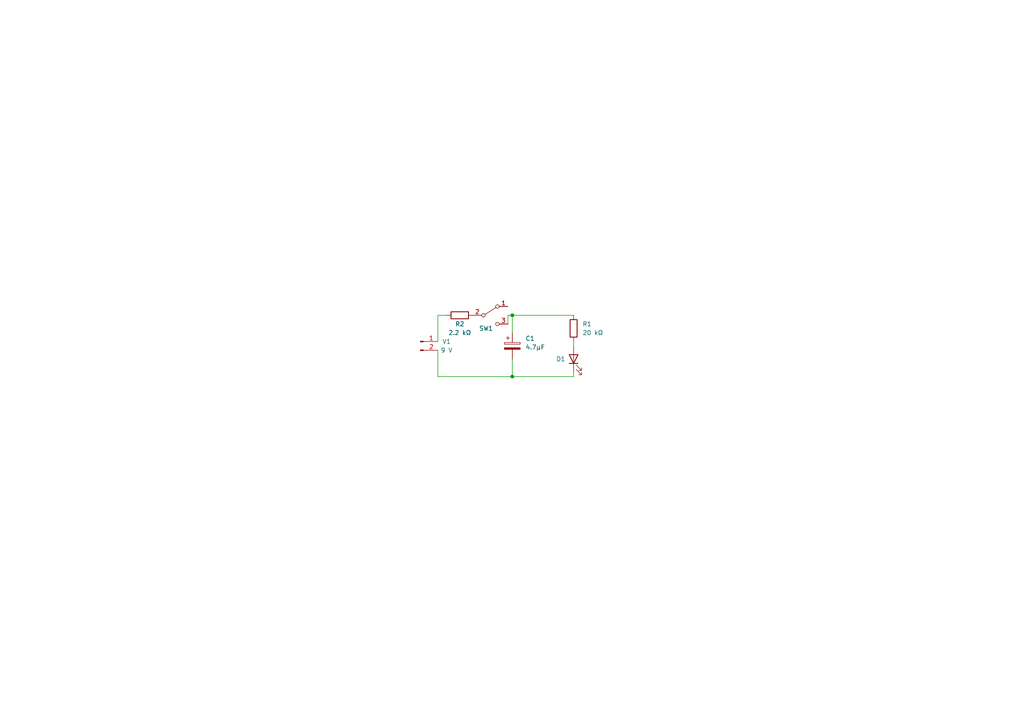
<source format=kicad_sch>
(kicad_sch (version 20211123) (generator eeschema)
  (paper "A4")
  (lib_symbols
    (symbol "Connector:Conn_01x02_Male" (pin_names (offset 1.016) hide)
      (property "Reference" "J" (at 0 2.54 0))
      (property "Value" "Conn_01x02_Male" (at 0 -5.08 0))
      (symbol "Conn_01x02_Male_1_1"
        (polyline (pts (xy 1.27 -2.54) (xy 0.8636 -2.54)) (stroke (width 0.1524)))
        (polyline (pts (xy 1.27 0) (xy 0.8636 0)) (stroke (width 0.1524)))
        (rectangle (start 0.8636 -2.413) (end 0 -2.667) (stroke (width 0.1524)) (fill (type outline)))
        (rectangle (start 0.8636 0.127) (end 0 -0.127) (stroke (width 0.1524)) (fill (type outline)))
        (pin passive line (at 5.08 0 180) (length 3.81) (name "Pin_1") (number "1"))
        (pin passive line (at 5.08 -2.54 180) (length 3.81) (name "Pin_2") (number "2"))
      )
    )
    (symbol "Device:C_Polarized" (pin_numbers hide) (pin_names (offset 0.254))
      (property "Reference" "C" (at 0.635 2.54 0))
      (property "Value" "C_Polarized" (at 0.635 -2.54 0))
      (symbol "C_Polarized_0_1"
        (rectangle (start -2.286 0.508) (end 2.286 1.016))
        (polyline (pts (xy -1.778 2.286) (xy -0.762 2.286)))
        (polyline (pts (xy -1.27 2.794) (xy -1.27 1.778)))
        (rectangle (start 2.286 -0.508) (end -2.286 -1.016) (fill (type outline)))
      )
      (symbol "C_Polarized_1_1"
        (pin passive line (at 0 3.81 270) (length 2.794) (name "~") (number "1"))
        (pin passive line (at 0 -3.81 90) (length 2.794) (name "~") (number "2"))
      )
    )
    (symbol "Device:LED" (pin_numbers hide) (pin_names (offset 1.016) hide)
      (property "Reference" "D" (at 0 2.54 0))
      (property "Value" "LED" (at 0 -2.54 0))
      (symbol "LED_0_1"
        (polyline (pts (xy -1.27 -1.27) (xy -1.27 1.27)) (stroke (width 0.254)))
        (polyline (pts (xy -1.27 0) (xy 1.27 0)))
        (polyline (pts (xy 1.27 -1.27) (xy 1.27 1.27) (xy -1.27 0) (xy 1.27 -1.27)) (stroke (width 0.254)))
        (polyline (pts (xy -3.048 -0.762) (xy -4.572 -2.286) (xy -3.81 -2.286) (xy -4.572 -2.286) (xy -4.572 -1.524)))
        (polyline (pts (xy -1.778 -0.762) (xy -3.302 -2.286) (xy -2.54 -2.286) (xy -3.302 -2.286) (xy -3.302 -1.524)))
      )
      (symbol "LED_1_1"
        (pin passive line (at -3.81 0 0) (length 2.54) (name "K") (number "1"))
        (pin passive line (at 3.81 0 180) (length 2.54) (name "A") (number "2"))
      )
    )
    (symbol "Device:R" (pin_numbers hide) (pin_names (offset 0))
      (property "Reference" "R" (at 2.032 0 90))
      (property "Value" "R" (at 0 0 90))
      (symbol "R_0_1"
        (rectangle (start -1.016 -2.54) (end 1.016 2.54) (stroke (width 0.254)))
      )
      (symbol "R_1_1"
        (pin passive line (at 0 3.81 270) (length 1.27) (name "~") (number "1"))
        (pin passive line (at 0 -3.81 90) (length 1.27) (name "~") (number "2"))
      )
    )
    (symbol "Switch:SW_SPDT" (pin_names (offset 0) hide)
      (property "Reference" "SW" (at 0 4.318 0))
      (property "Value" "SW_SPDT" (at 0 -5.08 0))
      (symbol "SW_SPDT_0_0"
        (circle (center -2.032 0) (radius 0.508))
        (circle (center 2.032 -2.54) (radius 0.508))
      )
      (symbol "SW_SPDT_0_1"
        (polyline (pts (xy -1.524 0.254) (xy 1.651 2.286)))
        (circle (center 2.032 2.54) (radius 0.508))
      )
      (symbol "SW_SPDT_1_1"
        (pin passive line (at 5.08 2.54 180) (length 2.54) (name "A") (number "1"))
        (pin passive line (at -5.08 0 0) (length 2.54) (name "B") (number "2"))
        (pin passive line (at 5.08 -2.54 180) (length 2.54) (name "C") (number "3"))
      )
    )
  )
  (junction (at 148.59 91.44))
  (junction (at 148.59 109.22))
  (wire (pts (xy 127 91.44) (xy 129.54 91.44)))
  (wire (pts (xy 147.32 93.98) (xy 147.32 91.44)))
  (wire (pts (xy 166.37 107.95) (xy 166.37 109.22)))
  (wire (pts (xy 166.37 100.33) (xy 166.37 99.06)))
  (wire (pts (xy 147.32 91.44) (xy 148.59 91.44)))
  (wire (pts (xy 148.59 109.22) (xy 127 109.22)))
  (wire (pts (xy 148.59 104.14) (xy 148.59 109.22)))
  (wire (pts (xy 148.59 91.44) (xy 166.37 91.44)))
  (wire (pts (xy 127 101.6) (xy 127 109.22)))
  (wire (pts (xy 127 99.06) (xy 127 91.44)))
  (wire (pts (xy 166.37 109.22) (xy 148.59 109.22)))
  (wire (pts (xy 148.59 91.44) (xy 148.59 96.52)))
  (symbol (lib_id "Device:LED") (at 166.37 104.14 90) (unit 1)
    (property "Reference" "D1" (at 161.29 104.14 90) (effects (justify right)))
    (property "Value" "LED" (effects hide))
  )
  (symbol (lib_id "Device:C_Polarized") (at 148.59 100.33 0) (unit 1)
    (property "Reference" "C1" (at 152.4 98.1709 0) (effects (justify left)))
    (property "Value" "4.7μF" (at 152.4 100.7109 0) (effects (justify left)))
  )
  (symbol (lib_id "Device:R") (at 133.35 91.44 90) (unit 1)
    (property "Reference" "R2" (at 133.35 93.98 90))
    (property "Value" "2.2 kΩ" (at 133.35 96.52 90))
  )
  (symbol (lib_id "Switch:SW_SPDT") (at 142.24 91.44 0) (unit 1)
    (property "Reference" "SW1" (at 140.97 95.25 0))
    (property "Value" "SW_SPDT" (effects hide))
  )
  (symbol (lib_id "Device:R") (at 166.37 95.25 180) (unit 1)
    (property "Reference" "R1" (at 168.91 93.9799 0) (effects (justify right)))
    (property "Value" "20 kΩ" (at 168.91 96.5199 0) (effects (justify right)))
  )
  (symbol (lib_id "Connector:Conn_01x02_Male") (at 121.92 99.06 0) (unit 1)
    (property "Reference" "V1" (at 129.54 99.06 0))
    (property "Value" "9 V" (at 129.54 101.6 0))
  )
)
</source>
